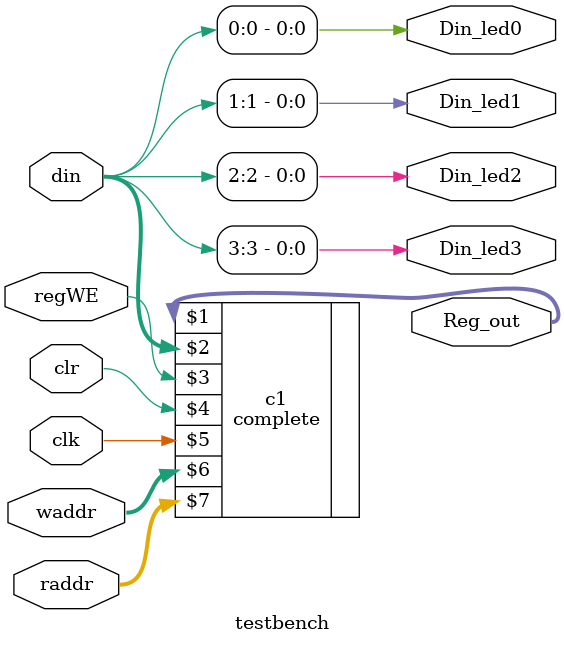
<source format=v>
`timescale 1ns / 1ps
module testbench(Reg_out, Din_led3, Din_led2, Din_led1, Din_led0, din, regWE, clr, clk, waddr, raddr);
		output[3:0] Reg_out;
		output Din_led3, Din_led2, Din_led1, Din_led0;
		input[3:0] din;
		input clr, clk, regWE;
		input[1:0] waddr, raddr;
		wire[15:0] dout;
		
		complete c1(Reg_out, din, regWE, clr, clk, waddr, raddr);
		buf(Din_led3,din[3]);
		buf(Din_led2,din[2]);
		buf(Din_led1,din[1]);
		buf(Din_led0,din[0]);

endmodule

</source>
